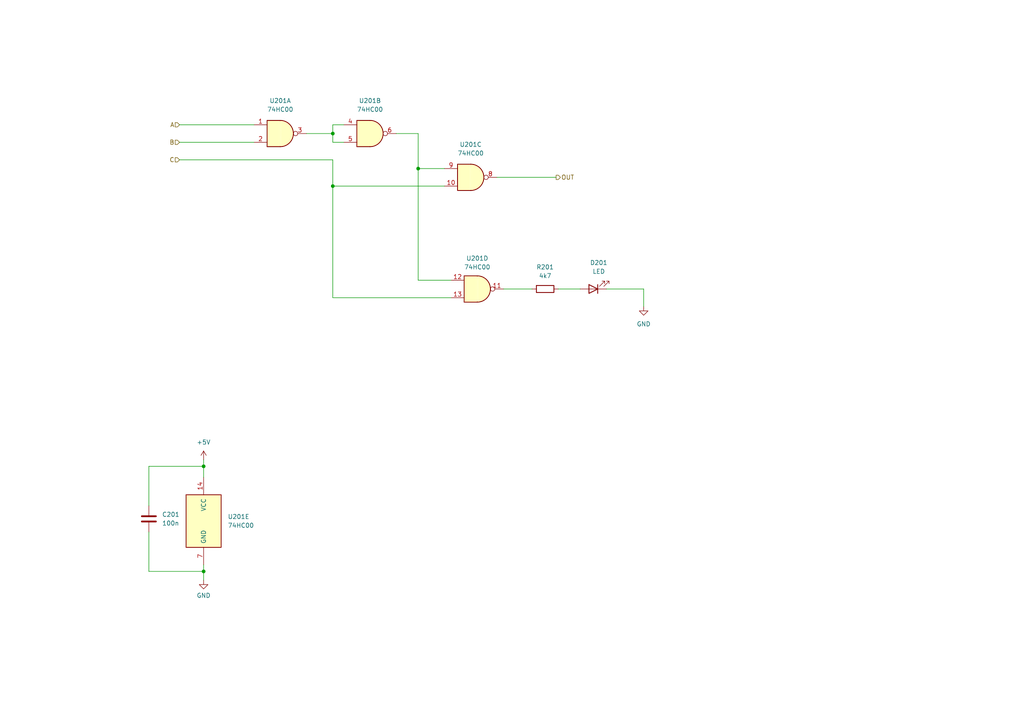
<source format=kicad_sch>
(kicad_sch (version 20211123) (generator eeschema)
  (paper "A4")
  (lib_symbols
    (symbol "74xx:74HC00" (pin_names (offset 1.016))
      (property "Reference" "U" (at 0 1.27 0))
      (property "Value" "74HC00" (at 0 -1.27 0))
      (symbol "74HC00_1_1"
        (arc (start 0 -3.81) (mid 3.81 0) (end 0 3.81) (stroke (width 0.254)) (fill (type background)))
        (polyline (pts (xy 0 3.81) (xy -3.81 3.81) (xy -3.81 -3.81) (xy 0 -3.81)) (stroke (width 0.254)) (fill (type background)))
        (pin input line (at -7.62 2.54 0) (length 3.81) (name "~") (number "1"))
        (pin input line (at -7.62 -2.54 0) (length 3.81) (name "~") (number "2"))
        (pin output inverted (at 7.62 0 180) (length 3.81) (name "~") (number "3"))
      )
      (symbol "74HC00_1_2"
        (arc (start -3.81 -3.81) (mid -2.589 0) (end -3.81 3.81) (stroke (width 0.254)))
        (arc (start -0.6096 -3.81) (mid 2.1842 -2.5851) (end 3.81 0) (stroke (width 0.254)) (fill (type background)))
        (polyline (pts (xy -3.81 -3.81) (xy -0.635 -3.81)) (stroke (width 0.254)) (fill (type background)))
        (polyline (pts (xy -3.81 3.81) (xy -0.635 3.81)) (stroke (width 0.254)) (fill (type background)))
        (polyline (pts (xy -0.635 3.81) (xy -3.81 3.81) (xy -3.81 3.81) (xy -3.556 3.4036) (xy -3.0226 2.2606) (xy -2.6924 1.0414) (xy -2.6162 -0.254) (xy -2.7686 -1.4986) (xy -3.175 -2.7178) (xy -3.81 -3.81) (xy -3.81 -3.81) (xy -0.635 -3.81)) (stroke (width -25.4)) (fill (type background)))
        (arc (start 3.81 0) (mid 2.1915 2.5936) (end -0.6096 3.81) (stroke (width 0.254)) (fill (type background)))
        (pin input inverted (at -7.62 2.54 0) (length 4.318) (name "~") (number "1"))
        (pin input inverted (at -7.62 -2.54 0) (length 4.318) (name "~") (number "2"))
        (pin output line (at 7.62 0 180) (length 3.81) (name "~") (number "3"))
      )
      (symbol "74HC00_2_1"
        (arc (start 0 -3.81) (mid 3.81 0) (end 0 3.81) (stroke (width 0.254)) (fill (type background)))
        (polyline (pts (xy 0 3.81) (xy -3.81 3.81) (xy -3.81 -3.81) (xy 0 -3.81)) (stroke (width 0.254)) (fill (type background)))
        (pin input line (at -7.62 2.54 0) (length 3.81) (name "~") (number "4"))
        (pin input line (at -7.62 -2.54 0) (length 3.81) (name "~") (number "5"))
        (pin output inverted (at 7.62 0 180) (length 3.81) (name "~") (number "6"))
      )
      (symbol "74HC00_2_2"
        (arc (start -3.81 -3.81) (mid -2.589 0) (end -3.81 3.81) (stroke (width 0.254)))
        (arc (start -0.6096 -3.81) (mid 2.1842 -2.5851) (end 3.81 0) (stroke (width 0.254)) (fill (type background)))
        (polyline (pts (xy -3.81 -3.81) (xy -0.635 -3.81)) (stroke (width 0.254)) (fill (type background)))
        (polyline (pts (xy -3.81 3.81) (xy -0.635 3.81)) (stroke (width 0.254)) (fill (type background)))
        (polyline (pts (xy -0.635 3.81) (xy -3.81 3.81) (xy -3.81 3.81) (xy -3.556 3.4036) (xy -3.0226 2.2606) (xy -2.6924 1.0414) (xy -2.6162 -0.254) (xy -2.7686 -1.4986) (xy -3.175 -2.7178) (xy -3.81 -3.81) (xy -3.81 -3.81) (xy -0.635 -3.81)) (stroke (width -25.4)) (fill (type background)))
        (arc (start 3.81 0) (mid 2.1915 2.5936) (end -0.6096 3.81) (stroke (width 0.254)) (fill (type background)))
        (pin input inverted (at -7.62 2.54 0) (length 4.318) (name "~") (number "4"))
        (pin input inverted (at -7.62 -2.54 0) (length 4.318) (name "~") (number "5"))
        (pin output line (at 7.62 0 180) (length 3.81) (name "~") (number "6"))
      )
      (symbol "74HC00_3_1"
        (arc (start 0 -3.81) (mid 3.81 0) (end 0 3.81) (stroke (width 0.254)) (fill (type background)))
        (polyline (pts (xy 0 3.81) (xy -3.81 3.81) (xy -3.81 -3.81) (xy 0 -3.81)) (stroke (width 0.254)) (fill (type background)))
        (pin input line (at -7.62 -2.54 0) (length 3.81) (name "~") (number "10"))
        (pin output inverted (at 7.62 0 180) (length 3.81) (name "~") (number "8"))
        (pin input line (at -7.62 2.54 0) (length 3.81) (name "~") (number "9"))
      )
      (symbol "74HC00_3_2"
        (arc (start -3.81 -3.81) (mid -2.589 0) (end -3.81 3.81) (stroke (width 0.254)))
        (arc (start -0.6096 -3.81) (mid 2.1842 -2.5851) (end 3.81 0) (stroke (width 0.254)) (fill (type background)))
        (polyline (pts (xy -3.81 -3.81) (xy -0.635 -3.81)) (stroke (width 0.254)) (fill (type background)))
        (polyline (pts (xy -3.81 3.81) (xy -0.635 3.81)) (stroke (width 0.254)) (fill (type background)))
        (polyline (pts (xy -0.635 3.81) (xy -3.81 3.81) (xy -3.81 3.81) (xy -3.556 3.4036) (xy -3.0226 2.2606) (xy -2.6924 1.0414) (xy -2.6162 -0.254) (xy -2.7686 -1.4986) (xy -3.175 -2.7178) (xy -3.81 -3.81) (xy -3.81 -3.81) (xy -0.635 -3.81)) (stroke (width -25.4)) (fill (type background)))
        (arc (start 3.81 0) (mid 2.1915 2.5936) (end -0.6096 3.81) (stroke (width 0.254)) (fill (type background)))
        (pin input inverted (at -7.62 -2.54 0) (length 4.318) (name "~") (number "10"))
        (pin output line (at 7.62 0 180) (length 3.81) (name "~") (number "8"))
        (pin input inverted (at -7.62 2.54 0) (length 4.318) (name "~") (number "9"))
      )
      (symbol "74HC00_4_1"
        (arc (start 0 -3.81) (mid 3.81 0) (end 0 3.81) (stroke (width 0.254)) (fill (type background)))
        (polyline (pts (xy 0 3.81) (xy -3.81 3.81) (xy -3.81 -3.81) (xy 0 -3.81)) (stroke (width 0.254)) (fill (type background)))
        (pin output inverted (at 7.62 0 180) (length 3.81) (name "~") (number "11"))
        (pin input line (at -7.62 2.54 0) (length 3.81) (name "~") (number "12"))
        (pin input line (at -7.62 -2.54 0) (length 3.81) (name "~") (number "13"))
      )
      (symbol "74HC00_4_2"
        (arc (start -3.81 -3.81) (mid -2.589 0) (end -3.81 3.81) (stroke (width 0.254)))
        (arc (start -0.6096 -3.81) (mid 2.1842 -2.5851) (end 3.81 0) (stroke (width 0.254)) (fill (type background)))
        (polyline (pts (xy -3.81 -3.81) (xy -0.635 -3.81)) (stroke (width 0.254)) (fill (type background)))
        (polyline (pts (xy -3.81 3.81) (xy -0.635 3.81)) (stroke (width 0.254)) (fill (type background)))
        (polyline (pts (xy -0.635 3.81) (xy -3.81 3.81) (xy -3.81 3.81) (xy -3.556 3.4036) (xy -3.0226 2.2606) (xy -2.6924 1.0414) (xy -2.6162 -0.254) (xy -2.7686 -1.4986) (xy -3.175 -2.7178) (xy -3.81 -3.81) (xy -3.81 -3.81) (xy -0.635 -3.81)) (stroke (width -25.4)) (fill (type background)))
        (arc (start 3.81 0) (mid 2.1915 2.5936) (end -0.6096 3.81) (stroke (width 0.254)) (fill (type background)))
        (pin output line (at 7.62 0 180) (length 3.81) (name "~") (number "11"))
        (pin input inverted (at -7.62 2.54 0) (length 4.318) (name "~") (number "12"))
        (pin input inverted (at -7.62 -2.54 0) (length 4.318) (name "~") (number "13"))
      )
      (symbol "74HC00_5_0"
        (pin power_in line (at 0 12.7 270) (length 5.08) (name "VCC") (number "14"))
        (pin power_in line (at 0 -12.7 90) (length 5.08) (name "GND") (number "7"))
      )
      (symbol "74HC00_5_1"
        (rectangle (start -5.08 7.62) (end 5.08 -7.62) (stroke (width 0.254)) (fill (type background)))
      )
    )
    (symbol "Device:C" (pin_numbers hide) (pin_names (offset 0.254))
      (property "Reference" "C" (at 0.635 2.54 0))
      (property "Value" "C" (at 0.635 -2.54 0))
      (symbol "C_0_1"
        (polyline (pts (xy -2.032 -0.762) (xy 2.032 -0.762)) (stroke (width 0.508)))
        (polyline (pts (xy -2.032 0.762) (xy 2.032 0.762)) (stroke (width 0.508)))
      )
      (symbol "C_1_1"
        (pin passive line (at 0 3.81 270) (length 2.794) (name "~") (number "1"))
        (pin passive line (at 0 -3.81 90) (length 2.794) (name "~") (number "2"))
      )
    )
    (symbol "Device:LED" (pin_numbers hide) (pin_names (offset 1.016) hide)
      (property "Reference" "D" (at 0 2.54 0))
      (property "Value" "LED" (at 0 -2.54 0))
      (symbol "LED_0_1"
        (polyline (pts (xy -1.27 -1.27) (xy -1.27 1.27)) (stroke (width 0.254)))
        (polyline (pts (xy -1.27 0) (xy 1.27 0)))
        (polyline (pts (xy 1.27 -1.27) (xy 1.27 1.27) (xy -1.27 0) (xy 1.27 -1.27)) (stroke (width 0.254)))
        (polyline (pts (xy -3.048 -0.762) (xy -4.572 -2.286) (xy -3.81 -2.286) (xy -4.572 -2.286) (xy -4.572 -1.524)))
        (polyline (pts (xy -1.778 -0.762) (xy -3.302 -2.286) (xy -2.54 -2.286) (xy -3.302 -2.286) (xy -3.302 -1.524)))
      )
      (symbol "LED_1_1"
        (pin passive line (at -3.81 0 0) (length 2.54) (name "K") (number "1"))
        (pin passive line (at 3.81 0 180) (length 2.54) (name "A") (number "2"))
      )
    )
    (symbol "Device:R" (pin_numbers hide) (pin_names (offset 0))
      (property "Reference" "R" (at 2.032 0 90))
      (property "Value" "R" (at 0 0 90))
      (symbol "R_0_1"
        (rectangle (start -1.016 -2.54) (end 1.016 2.54) (stroke (width 0.254)))
      )
      (symbol "R_1_1"
        (pin passive line (at 0 3.81 270) (length 1.27) (name "~") (number "1"))
        (pin passive line (at 0 -3.81 90) (length 1.27) (name "~") (number "2"))
      )
    )
    (symbol "power:+5V" (power) (pin_names (offset 0))
      (property "Value" "+5V" (at 0 3.556 0))
      (symbol "+5V_0_1"
        (polyline (pts (xy -0.762 1.27) (xy 0 2.54)))
        (polyline (pts (xy 0 0) (xy 0 2.54)))
        (polyline (pts (xy 0 2.54) (xy 0.762 1.27)))
      )
      (symbol "+5V_1_1"
        (pin power_in line (at 0 0 90) (length 0) hide (name "+5V") (number "1"))
      )
    )
    (symbol "power:GND" (power) (pin_names (offset 0))
      (property "Value" "GND" (at 0 -3.81 0))
      (symbol "GND_0_1"
        (polyline (pts (xy 0 0) (xy 0 -1.27) (xy 1.27 -1.27) (xy 0 -2.54) (xy -1.27 -1.27) (xy 0 -1.27)))
      )
      (symbol "GND_1_1"
        (pin power_in line (at 0 0 270) (length 0) hide (name "GND") (number "1"))
      )
    )
  )
  (junction (at 96.52 53.975))
  (junction (at 96.52 38.735))
  (junction (at 121.285 48.895))
  (junction (at 59.055 165.735))
  (junction (at 59.055 135.255))
  (wire (pts (xy 96.52 46.355) (xy 96.52 53.975)))
  (wire (pts (xy 88.9 38.735) (xy 96.52 38.735)))
  (wire (pts (xy 121.285 81.28) (xy 130.81 81.28)))
  (wire (pts (xy 52.07 46.355) (xy 96.52 46.355)))
  (wire (pts (xy 144.145 51.435) (xy 161.29 51.435)))
  (wire (pts (xy 96.52 53.975) (xy 96.52 86.36)))
  (wire (pts (xy 96.52 41.275) (xy 96.52 38.735)))
  (wire (pts (xy 161.925 83.82) (xy 168.275 83.82)))
  (wire (pts (xy 121.285 38.735) (xy 121.285 48.895)))
  (wire (pts (xy 175.895 83.82) (xy 186.69 83.82)))
  (wire (pts (xy 43.18 165.735) (xy 59.055 165.735)))
  (wire (pts (xy 43.18 146.685) (xy 43.18 135.255)))
  (wire (pts (xy 59.055 165.735) (xy 59.055 168.275)))
  (wire (pts (xy 96.52 53.975) (xy 128.905 53.975)))
  (wire (pts (xy 59.055 163.83) (xy 59.055 165.735)))
  (wire (pts (xy 114.935 38.735) (xy 121.285 38.735)))
  (wire (pts (xy 99.695 41.275) (xy 96.52 41.275)))
  (wire (pts (xy 121.285 48.895) (xy 121.285 81.28)))
  (wire (pts (xy 52.07 41.275) (xy 73.66 41.275)))
  (wire (pts (xy 96.52 38.735) (xy 96.52 36.195)))
  (wire (pts (xy 186.69 83.82) (xy 186.69 88.9)))
  (wire (pts (xy 43.18 135.255) (xy 59.055 135.255)))
  (wire (pts (xy 96.52 36.195) (xy 99.695 36.195)))
  (wire (pts (xy 59.055 135.255) (xy 59.055 138.43)))
  (wire (pts (xy 59.055 133.35) (xy 59.055 135.255)))
  (wire (pts (xy 121.285 48.895) (xy 128.905 48.895)))
  (wire (pts (xy 52.07 36.195) (xy 73.66 36.195)))
  (wire (pts (xy 146.05 83.82) (xy 154.305 83.82)))
  (wire (pts (xy 43.18 165.735) (xy 43.18 154.305)))
  (wire (pts (xy 96.52 86.36) (xy 130.81 86.36)))
  (hierarchical_label "A" (shape input) (at 52.07 36.195 180))
  (hierarchical_label "B" (shape input) (at 52.07 41.275 180))
  (hierarchical_label "C" (shape input) (at 52.07 46.355 180))
  (hierarchical_label "OUT" (shape output) (at 161.29 51.435 0))
  (symbol (lib_id "74xx:74HC00") (at 81.28 38.735 0) (unit 1)
    (property "Reference" "U201" (at 81.28 29.21 0))
    (property "Value" "74HC00" (at 81.28 31.75 0))
    (property "Footprint" "Package_DIP:DIP-14_W7.62mm_Socket" (effects hide))
    (property "Datasheet" "http://www.ti.com/lit/gpn/sn74hc00" (effects hide))
  )
  (symbol (lib_id "74xx:74HC00") (at 59.055 151.13 0) (unit 5)
    (property "Reference" "U201" (at 66.04 149.8599 0) (effects (justify left)))
    (property "Value" "74HC00" (at 66.04 152.3999 0) (effects (justify left)))
    (property "Footprint" "Package_DIP:DIP-14_W7.62mm_Socket" (effects hide))
    (property "Datasheet" "http://www.ti.com/lit/gpn/sn74hc00" (effects hide))
  )
  (symbol (lib_id "Device:R") (at 158.115 83.82 90) (unit 1)
    (property "Reference" "R201" (at 158.115 77.47 90))
    (property "Value" "4k7" (at 158.115 80.01 90))
    (property "Footprint" "Resistor_THT:R_Axial_DIN0207_L6.3mm_D2.5mm_P7.62mm_Horizontal" (effects hide))
  )
  (symbol (lib_id "power:+5V") (at 59.055 133.35 0) (unit 1)
    (property "Reference" "#PWR0201" (effects hide))
    (property "Value" "+5V" (at 59.055 128.27 0))
  )
  (symbol (lib_id "power:GND") (at 186.69 88.9 0) (unit 1)
    (property "Reference" "#PWR0203" (effects hide))
    (property "Value" "GND" (at 186.69 93.98 0))
  )
  (symbol (lib_id "Device:C") (at 43.18 150.495 180) (unit 1)
    (property "Reference" "C201" (at 46.99 149.2249 0) (effects (justify right)))
    (property "Value" "100n" (at 46.99 151.7649 0) (effects (justify right)))
    (property "Footprint" "Capacitor_THT:C_Disc_D4.7mm_W2.5mm_P5.00mm" (effects hide))
  )
  (symbol (lib_id "power:GND") (at 59.055 168.275 0) (unit 1)
    (property "Reference" "#PWR0202" (effects hide))
    (property "Value" "GND" (at 59.055 172.72 0))
  )
  (symbol (lib_id "Device:LED") (at 172.085 83.82 180) (unit 1)
    (property "Reference" "D201" (at 173.6725 76.2 0))
    (property "Value" "LED" (at 173.6725 78.74 0))
    (property "Footprint" "LED_THT:LED_D3.0mm" (effects hide))
  )
  (symbol (lib_id "74xx:74HC00") (at 138.43 83.82 0) (unit 4)
    (property "Reference" "U201" (at 138.43 74.93 0))
    (property "Value" "74HC00" (at 138.43 77.47 0))
    (property "Footprint" "Package_DIP:DIP-14_W7.62mm_Socket" (effects hide))
    (property "Datasheet" "http://www.ti.com/lit/gpn/sn74hc00" (effects hide))
  )
  (symbol (lib_id "74xx:74HC00") (at 107.315 38.735 0) (unit 2)
    (property "Reference" "U201" (at 107.315 29.21 0))
    (property "Value" "74HC00" (at 107.315 31.75 0))
    (property "Footprint" "Package_DIP:DIP-14_W7.62mm_Socket" (effects hide))
    (property "Datasheet" "http://www.ti.com/lit/gpn/sn74hc00" (effects hide))
  )
  (symbol (lib_id "74xx:74HC00") (at 136.525 51.435 0) (unit 3)
    (property "Reference" "U201" (at 136.525 41.91 0))
    (property "Value" "74HC00" (at 136.525 44.45 0))
    (property "Footprint" "Package_DIP:DIP-14_W7.62mm_Socket" (effects hide))
    (property "Datasheet" "http://www.ti.com/lit/gpn/sn74hc00" (effects hide))
  )
)
</source>
